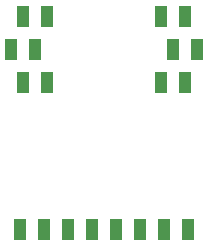
<source format=gbr>
G04 start of page 12 for group -4015 idx -4015 *
G04 Title: (unknown), toppaste *
G04 Creator: pcb 20110918 *
G04 CreationDate: Thu Dec  5 20:49:14 2013 UTC *
G04 For: fosse *
G04 Format: Gerber/RS-274X *
G04 PCB-Dimensions: 600000 500000 *
G04 PCB-Coordinate-Origin: lower left *
%MOIN*%
%FSLAX25Y25*%
%LNTOPPASTE*%
%ADD70R,0.0400X0.0400*%
G54D70*X83000Y361000D02*Y358000D01*
X91000Y361000D02*Y358000D01*
X87000Y350000D02*Y347000D01*
X79000Y350000D02*Y347000D01*
X83000Y339000D02*Y336000D01*
X91000Y339000D02*Y336000D01*
X129000Y339000D02*Y336000D01*
X137000Y339000D02*Y336000D01*
X133000Y350000D02*Y347000D01*
X141000Y350000D02*Y347000D01*
X137000Y361000D02*Y358000D01*
X129000Y361000D02*Y358000D01*
X82000Y290000D02*Y287000D01*
X90000Y290000D02*Y287000D01*
X98000Y290000D02*Y287000D01*
X106000Y290000D02*Y287000D01*
X114000Y290000D02*Y287000D01*
X122000Y290000D02*Y287000D01*
X130000Y290000D02*Y287000D01*
X138000Y290000D02*Y287000D01*
M02*

</source>
